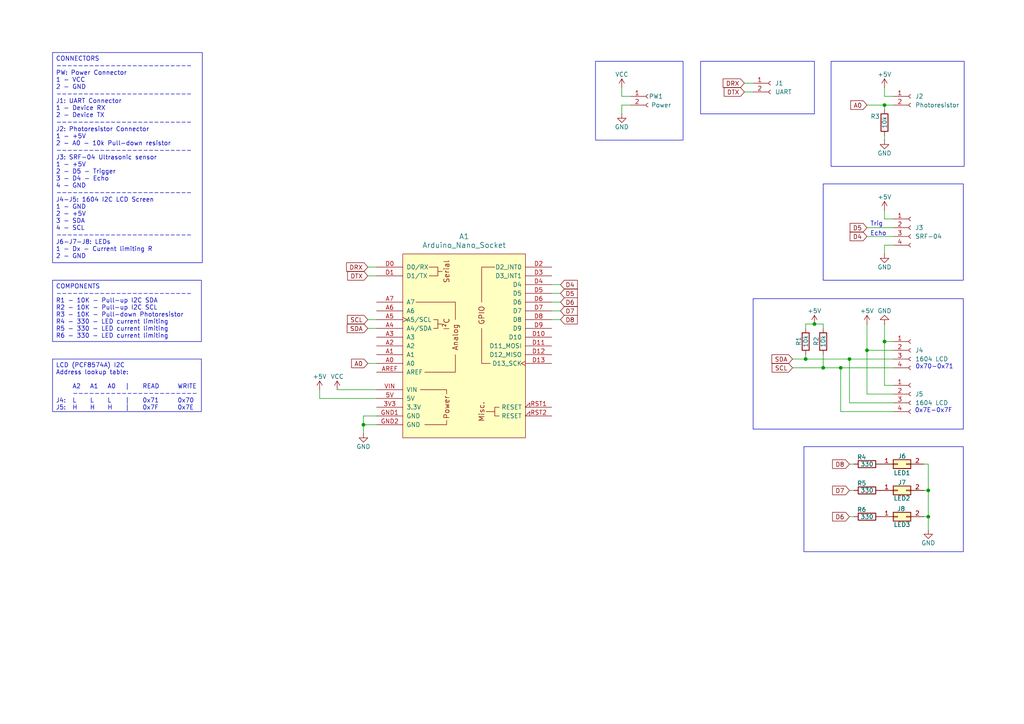
<source format=kicad_sch>
(kicad_sch (version 20231120) (generator "eeschema") (generator_version "8.0")
  (paper "A4")
  (lib_symbols
    (symbol "Connector:Conn_01x02_Socket" (pin_names (offset 1.016) hide)
      (property "Reference" "J" (at 0 2.54 0))
      (property "Value" "Conn_01x02_Socket" (at 0 -5.08 0))
      (symbol "Conn_01x02_Socket_1_1"
        (arc (start 0 -2.032) (mid -0.5058 -2.54) (end 0 -3.048) (stroke (width 0.1524)))
        (polyline (pts (xy -1.27 -2.54) (xy -0.508 -2.54)) (stroke (width 0.1524)))
        (polyline (pts (xy -1.27 0) (xy -0.508 0)) (stroke (width 0.1524)))
        (arc (start 0 0.508) (mid -0.5058 0) (end 0 -0.508) (stroke (width 0.1524)))
        (pin passive line (at -5.08 0 0) (length 3.81) (name "Pin_1") (number "1"))
        (pin passive line (at -5.08 -2.54 0) (length 3.81) (name "Pin_2") (number "2"))
      )
    )
    (symbol "Connector:Conn_01x04_Socket" (pin_names (offset 1.016) hide)
      (property "Reference" "J" (at 0 5.08 0))
      (property "Value" "Conn_01x04_Socket" (at 0 -7.62 0))
      (symbol "Conn_01x04_Socket_1_1"
        (arc (start 0 -4.572) (mid -0.5058 -5.08) (end 0 -5.588) (stroke (width 0.1524)))
        (arc (start 0 -2.032) (mid -0.5058 -2.54) (end 0 -3.048) (stroke (width 0.1524)))
        (polyline (pts (xy -1.27 -5.08) (xy -0.508 -5.08)) (stroke (width 0.1524)))
        (polyline (pts (xy -1.27 -2.54) (xy -0.508 -2.54)) (stroke (width 0.1524)))
        (polyline (pts (xy -1.27 0) (xy -0.508 0)) (stroke (width 0.1524)))
        (polyline (pts (xy -1.27 2.54) (xy -0.508 2.54)) (stroke (width 0.1524)))
        (arc (start 0 0.508) (mid -0.5058 0) (end 0 -0.508) (stroke (width 0.1524)))
        (arc (start 0 3.048) (mid -0.5058 2.54) (end 0 2.032) (stroke (width 0.1524)))
        (pin passive line (at -5.08 2.54 0) (length 3.81) (name "Pin_1") (number "1"))
        (pin passive line (at -5.08 0 0) (length 3.81) (name "Pin_2") (number "2"))
        (pin passive line (at -5.08 -2.54 0) (length 3.81) (name "Pin_3") (number "3"))
        (pin passive line (at -5.08 -5.08 0) (length 3.81) (name "Pin_4") (number "4"))
      )
    )
    (symbol "Connector_Generic:Conn_02x01" (pin_names (offset 1.016) hide)
      (property "Reference" "J" (at 1.27 2.54 0))
      (property "Value" "Conn_02x01" (at 1.27 -2.54 0))
      (symbol "Conn_02x01_1_1"
        (rectangle (start -1.27 0.127) (end 0 -0.127) (stroke (width 0.1524)))
        (rectangle (start -1.27 1.27) (end 3.81 -1.27) (stroke (width 0.254)) (fill (type background)))
        (rectangle (start 3.81 0.127) (end 2.54 -0.127) (stroke (width 0.1524)))
        (pin passive line (at -5.08 0 0) (length 3.81) (name "Pin_1") (number "1"))
        (pin passive line (at 7.62 0 180) (length 3.81) (name "Pin_2") (number "2"))
      )
    )
    (symbol "Device:R" (pin_numbers hide) (pin_names (offset 0))
      (property "Reference" "R" (at 2.032 0 90))
      (property "Value" "R" (at 0 0 90))
      (symbol "R_0_1"
        (rectangle (start -1.016 -2.54) (end 1.016 2.54) (stroke (width 0.254)))
      )
      (symbol "R_1_1"
        (pin passive line (at 0 3.81 270) (length 1.27) (name "~") (number "1"))
        (pin passive line (at 0 -3.81 90) (length 1.27) (name "~") (number "2"))
      )
    )
    (symbol "PCM_arduino-library:Arduino_Nano_Socket" (pin_names (offset 1.016))
      (property "Reference" "A" (at 0 33.02 0))
      (property "Value" "Arduino_Nano_Socket" (at 0 29.21 0))
      (symbol "Arduino_Nano_Socket_0_0"
        (rectangle (start -17.78 26.67) (end 17.78 -26.67) (fill (type background)))
        (polyline (pts (xy -7.62 6.35) (xy -6.35 6.35)))
        (polyline (pts (xy -7.62 21.59) (xy -6.35 21.59)))
        (polyline (pts (xy 8.89 -19.05) (xy 6.35 -19.05)))
        (polyline (pts (xy -11.43 -22.86) (xy -5.08 -22.86) (xy -5.08 -21.59)))
        (polyline (pts (xy -5.08 -13.97) (xy -5.08 -12.7) (xy -12.7 -12.7)))
        (polyline (pts (xy -10.16 22.86) (xy -7.62 22.86) (xy -7.62 20.32) (xy -10.16 20.32)))
        (polyline (pts (xy -8.89 7.62) (xy -7.62 7.62) (xy -7.62 5.08) (xy -8.89 5.08)))
        (text "Analog" (at -2.54 2.54 900) (effects (font (size 1.524 1.524))))
        (text "I²C" (at -5.08 6.35 900) (effects (font (size 1.524 1.524))))
        (text "Misc." (at 5.08 -19.05 900) (effects (font (size 1.524 1.524))))
        (text "Power" (at -5.08 -17.78 900) (effects (font (size 1.524 1.524))))
        (text "Serial" (at -5.08 21.59 900) (effects (font (size 1.524 1.524))))
      )
      (symbol "Arduino_Nano_Socket_0_1"
        (polyline (pts (xy -13.97 12.7) (xy -2.54 12.7) (xy -2.54 7.62)))
        (polyline (pts (xy -11.43 -7.62) (xy -2.54 -7.62) (xy -2.54 -2.54)))
        (polyline (pts (xy 7.62 -5.08) (xy 5.08 -5.08) (xy 5.08 5.08)))
        (polyline (pts (xy 8.89 22.86) (xy 5.08 22.86) (xy 5.08 12.7)))
        (polyline (pts (xy 10.16 -17.78) (xy 8.89 -17.78) (xy 8.89 -20.32) (xy 10.16 -20.32)))
      )
      (symbol "Arduino_Nano_Socket_1_0"
        (text "GPIO" (at 5.08 8.89 900) (effects (font (size 1.524 1.524))))
      )
      (symbol "Arduino_Nano_Socket_1_1"
        (pin power_out line (at -25.4 -17.78 0) (length 7.62) (name "3.3V") (number "3V3"))
        (pin power_in line (at -25.4 -15.24 0) (length 7.62) (name "5V") (number "5V"))
        (pin bidirectional line (at -25.4 -5.08 0) (length 7.62) (name "A0") (number "A0"))
        (pin bidirectional line (at -25.4 -2.54 0) (length 7.62) (name "A1") (number "A1"))
        (pin bidirectional line (at -25.4 0 0) (length 7.62) (name "A2") (number "A2"))
        (pin bidirectional line (at -25.4 2.54 0) (length 7.62) (name "A3") (number "A3"))
        (pin bidirectional line (at -25.4 5.08 0) (length 7.62) (name "A4/SDA") (number "A4"))
        (pin bidirectional clock (at -25.4 7.62 0) (length 7.62) (name "A5/SCL") (number "A5"))
        (pin input line (at -25.4 10.16 0) (length 7.62) (name "A6") (number "A6"))
        (pin input line (at -25.4 12.7 0) (length 7.62) (name "A7") (number "A7"))
        (pin input line (at -25.4 -7.62 0) (length 7.62) (name "AREF") (number "AREF"))
        (pin bidirectional line (at -25.4 22.86 0) (length 7.62) (name "D0/RX") (number "D0"))
        (pin bidirectional line (at -25.4 20.32 0) (length 7.62) (name "D1/TX") (number "D1"))
        (pin bidirectional line (at 25.4 2.54 180) (length 7.62) (name "D10") (number "D10"))
        (pin bidirectional line (at 25.4 0 180) (length 7.62) (name "D11_MOSI") (number "D11"))
        (pin bidirectional line (at 25.4 -2.54 180) (length 7.62) (name "D12_MISO") (number "D12"))
        (pin bidirectional clock (at 25.4 -5.08 180) (length 7.62) (name "D13_SCK") (number "D13"))
        (pin bidirectional line (at 25.4 22.86 180) (length 7.62) (name "D2_INT0") (number "D2"))
        (pin bidirectional line (at 25.4 20.32 180) (length 7.62) (name "D3_INT1") (number "D3"))
        (pin bidirectional line (at 25.4 17.78 180) (length 7.62) (name "D4") (number "D4"))
        (pin bidirectional line (at 25.4 15.24 180) (length 7.62) (name "D5") (number "D5"))
        (pin bidirectional line (at 25.4 12.7 180) (length 7.62) (name "D6") (number "D6"))
        (pin bidirectional line (at 25.4 10.16 180) (length 7.62) (name "D7") (number "D7"))
        (pin bidirectional line (at 25.4 7.62 180) (length 7.62) (name "D8") (number "D8"))
        (pin bidirectional line (at 25.4 5.08 180) (length 7.62) (name "D9") (number "D9"))
        (pin power_in line (at -25.4 -20.32 0) (length 7.62) (name "GND") (number "GND1"))
        (pin power_in line (at -25.4 -22.86 0) (length 7.62) (name "GND") (number "GND2"))
        (pin open_collector input_low (at 25.4 -17.78 180) (length 7.62) (name "RESET") (number "RST1"))
        (pin open_collector input_low (at 25.4 -20.32 180) (length 7.62) (name "RESET") (number "RST2"))
        (pin power_in line (at -25.4 -12.7 0) (length 7.62) (name "VIN") (number "VIN"))
      )
    )
    (symbol "power:+5V" (power) (pin_numbers hide) (pin_names (offset 0) hide)
      (property "Value" "+5V" (at 0 3.556 0))
      (symbol "+5V_0_1"
        (polyline (pts (xy -0.762 1.27) (xy 0 2.54)))
        (polyline (pts (xy 0 0) (xy 0 2.54)))
        (polyline (pts (xy 0 2.54) (xy 0.762 1.27)))
      )
      (symbol "+5V_1_1"
        (pin power_in line (at 0 0 90) (length 0) (name "~") (number "1"))
      )
    )
    (symbol "power:GND" (power) (pin_numbers hide) (pin_names (offset 0) hide)
      (property "Value" "GND" (at 0 -3.81 0))
      (symbol "GND_0_1"
        (polyline (pts (xy 0 0) (xy 0 -1.27) (xy 1.27 -1.27) (xy 0 -2.54) (xy -1.27 -1.27) (xy 0 -1.27)))
      )
      (symbol "GND_1_1"
        (pin power_in line (at 0 0 270) (length 0) (name "~") (number "1"))
      )
    )
    (symbol "power:VCC" (power) (pin_numbers hide) (pin_names (offset 0) hide)
      (property "Value" "VCC" (at 0 3.556 0))
      (symbol "VCC_0_1"
        (polyline (pts (xy -0.762 1.27) (xy 0 2.54)))
        (polyline (pts (xy 0 0) (xy 0 2.54)))
        (polyline (pts (xy 0 2.54) (xy 0.762 1.27)))
      )
      (symbol "VCC_1_1"
        (pin power_in line (at 0 0 90) (length 0) (name "~") (number "1"))
      )
    )
  )
  (junction (at 105.41 123.19))
  (junction (at 269.24 142.24))
  (junction (at 269.24 149.86))
  (junction (at 233.68 104.14))
  (junction (at 256.54 99.06))
  (junction (at 246.38 104.14))
  (junction (at 236.22 93.98))
  (junction (at 243.84 106.68))
  (junction (at 251.46 101.6))
  (junction (at 256.54 30.48))
  (junction (at 238.76 106.68))
  (wire (pts (xy 162.56 92.71) (xy 160.02 92.71)))
  (wire (pts (xy 229.87 104.14) (xy 233.68 104.14)))
  (wire (pts (xy 106.68 77.47) (xy 109.22 77.47)))
  (wire (pts (xy 238.76 102.87) (xy 238.76 106.68)))
  (wire (pts (xy 162.56 90.17) (xy 160.02 90.17)))
  (wire (pts (xy 243.84 106.68) (xy 259.08 106.68)))
  (wire (pts (xy 109.22 115.57) (xy 92.71 115.57)))
  (wire (pts (xy 229.87 106.68) (xy 238.76 106.68)))
  (wire (pts (xy 259.08 27.94) (xy 256.54 27.94)))
  (wire (pts (xy 269.24 134.62) (xy 269.24 142.24)))
  (wire (pts (xy 251.46 68.58) (xy 259.08 68.58)))
  (wire (pts (xy 259.08 99.06) (xy 256.54 99.06)))
  (wire (pts (xy 256.54 39.37) (xy 256.54 40.64)))
  (wire (pts (xy 105.41 123.19) (xy 105.41 125.73)))
  (wire (pts (xy 92.71 113.03) (xy 92.71 115.57)))
  (wire (pts (xy 233.68 95.25) (xy 233.68 93.98)))
  (wire (pts (xy 251.46 101.6) (xy 259.08 101.6)))
  (wire (pts (xy 251.46 101.6) (xy 251.46 93.98)))
  (wire (pts (xy 233.68 102.87) (xy 233.68 104.14)))
  (wire (pts (xy 259.08 71.12) (xy 256.54 71.12)))
  (wire (pts (xy 269.24 149.86) (xy 267.97 149.86)))
  (wire (pts (xy 259.08 114.3) (xy 251.46 114.3)))
  (wire (pts (xy 259.08 111.76) (xy 256.54 111.76)))
  (wire (pts (xy 259.08 30.48) (xy 256.54 30.48)))
  (wire (pts (xy 162.56 87.63) (xy 160.02 87.63)))
  (wire (pts (xy 251.46 66.04) (xy 259.08 66.04)))
  (wire (pts (xy 106.68 95.25) (xy 109.22 95.25)))
  (wire (pts (xy 215.9 26.67) (xy 218.44 26.67)))
  (wire (pts (xy 269.24 142.24) (xy 267.97 142.24)))
  (wire (pts (xy 215.9 24.13) (xy 218.44 24.13)))
  (wire (pts (xy 246.38 134.62) (xy 247.65 134.62)))
  (wire (pts (xy 233.68 93.98) (xy 236.22 93.98)))
  (wire (pts (xy 180.34 30.48) (xy 182.88 30.48)))
  (wire (pts (xy 259.08 119.38) (xy 243.84 119.38)))
  (wire (pts (xy 269.24 142.24) (xy 269.24 149.86)))
  (wire (pts (xy 246.38 142.24) (xy 247.65 142.24)))
  (wire (pts (xy 233.68 104.14) (xy 246.38 104.14)))
  (wire (pts (xy 105.41 123.19) (xy 109.22 123.19)))
  (wire (pts (xy 238.76 95.25) (xy 238.76 93.98)))
  (wire (pts (xy 109.22 120.65) (xy 105.41 120.65)))
  (wire (pts (xy 256.54 99.06) (xy 256.54 111.76)))
  (wire (pts (xy 106.68 92.71) (xy 109.22 92.71)))
  (wire (pts (xy 256.54 27.94) (xy 256.54 25.4)))
  (wire (pts (xy 106.68 105.41) (xy 109.22 105.41)))
  (wire (pts (xy 256.54 30.48) (xy 256.54 31.75)))
  (wire (pts (xy 256.54 99.06) (xy 256.54 93.98)))
  (wire (pts (xy 259.08 63.5) (xy 256.54 63.5)))
  (wire (pts (xy 180.34 27.94) (xy 182.88 27.94)))
  (wire (pts (xy 106.68 80.01) (xy 109.22 80.01)))
  (wire (pts (xy 243.84 119.38) (xy 243.84 106.68)))
  (wire (pts (xy 269.24 149.86) (xy 269.24 153.67)))
  (wire (pts (xy 246.38 149.86) (xy 247.65 149.86)))
  (wire (pts (xy 162.56 82.55) (xy 160.02 82.55)))
  (wire (pts (xy 251.46 114.3) (xy 251.46 101.6)))
  (wire (pts (xy 256.54 71.12) (xy 256.54 73.66)))
  (wire (pts (xy 105.41 120.65) (xy 105.41 123.19)))
  (wire (pts (xy 162.56 85.09) (xy 160.02 85.09)))
  (wire (pts (xy 243.84 106.68) (xy 238.76 106.68)))
  (wire (pts (xy 246.38 104.14) (xy 259.08 104.14)))
  (wire (pts (xy 180.34 33.02) (xy 180.34 30.48)))
  (wire (pts (xy 180.34 25.4) (xy 180.34 27.94)))
  (wire (pts (xy 256.54 63.5) (xy 256.54 60.96)))
  (wire (pts (xy 251.46 30.48) (xy 256.54 30.48)))
  (wire (pts (xy 269.24 134.62) (xy 267.97 134.62)))
  (wire (pts (xy 259.08 116.84) (xy 246.38 116.84)))
  (wire (pts (xy 109.22 113.03) (xy 97.79 113.03)))
  (wire (pts (xy 238.76 93.98) (xy 236.22 93.98)))
  (wire (pts (xy 246.38 116.84) (xy 246.38 104.14)))
  (rectangle (start 172.72 17.78) (end 198.12 40.64))
  (rectangle (start 203.2 17.78) (end 236.22 33.02))
  (rectangle (start 233.172 129.54) (end 279.4 160.02))
  (rectangle (start 238.76 53.34) (end 279.4 81.28))
  (rectangle (start 218.44 86.614) (end 279.4 124.46))
  (rectangle (start 241.046 17.78) (end 279.654 48.26))
  (text_box "LCD (PCF8574A) I2C\nAddress lookup table:\n\n	A2	A1	A0	|	READ	WRITE\n	-----------------------\nJ4:	L	L	L	|	0x71	0x70\nJ5:	H	H	H	|	0x7F	0x7E" (at 15.24 104.14 0) (size 43.18 15.24) (effects (font (size 1.27 1.27)) (justify left top)))
  (text_box "CONNECTORS\n-------------------------\nPW: Power Connector\n1 - VCC\n2 - GND\n-------------------------\nJ1: UART Connector\n1 - Device RX\n2 - Device TX\n-------------------------\nJ2: Photoresistor Connector\n1 - +5V\n2 - A0 - 10k Pull-down resistor\n-------------------------\nJ3: SRF-04 Ultrasonic sensor\n1 - +5V\n2 - D5 - Trigger\n3 - D4 - Echo\n4 - GND\n-------------------------\nJ4-J5: 1604 I2C LCD Screen\n1 - GND\n2 - +5V\n3 - SDA\n4 - SCL\n-------------------------\nJ6-J7-J8: LEDs\n1 - Dx - Current limiting R\n2 - GND\n\n" (at 15.24 15.24 0) (size 43.434 60.96) (effects (font (size 1.27 1.27)) (justify left top)))
  (text_box "COMPONENTS\n-------------------------\nR1 - 10K - Pull-up I2C SDA\nR2 - 10K - Pull-up I2C SCL\nR3 - 10K - Pull-down Photoresistor\nR4 - 330 - LED current limiting\nR5 - 330 - LED current limiting\nR6 - 330 - LED current limiting" (at 15.24 81.28 0) (size 43.18 17.78) (effects (font (size 1.27 1.27)) (justify left top)))
  (text "Echo" (at 254.762 67.818 0) (effects (font (size 1.27 1.27))))
  (text "Trig" (at 254.254 65.024 0) (effects (font (size 1.27 1.27))))
  (text "0x7E-0x7F" (at 270.764 119.126 0) (effects (font (size 1.27 1.27))))
  (text "0x70-0x71" (at 271.018 106.426 0) (effects (font (size 1.27 1.27))))
  (global_label "A0" (shape input) (at 106.68 105.41 180) (property "Intersheetrefs" "${INTERSHEET_REFS}" (effects (hide yes))))
  (global_label "SCL" (shape input) (at 229.87 106.68 180) (property "Intersheetrefs" "${INTERSHEET_REFS}" (effects (hide yes))))
  (global_label "D5" (shape input) (at 251.46 66.04 180) (property "Intersheetrefs" "${INTERSHEET_REFS}" (effects (hide yes))))
  (global_label "DTX" (shape input) (at 215.9 26.67 180) (property "Intersheetrefs" "${INTERSHEET_REFS}" (effects (hide yes))))
  (global_label "D8" (shape input) (at 246.38 134.62 180) (property "Intersheetrefs" "${INTERSHEET_REFS}" (effects (hide yes))))
  (global_label "SDA" (shape input) (at 229.87 104.14 180) (property "Intersheetrefs" "${INTERSHEET_REFS}" (effects (hide yes))))
  (global_label "D7" (shape input) (at 246.38 142.24 180) (property "Intersheetrefs" "${INTERSHEET_REFS}" (effects (hide yes))))
  (global_label "D4" (shape input) (at 162.56 82.55 0) (property "Intersheetrefs" "${INTERSHEET_REFS}" (effects (hide yes))))
  (global_label "D5" (shape input) (at 162.56 85.09 0) (property "Intersheetrefs" "${INTERSHEET_REFS}" (effects (hide yes))))
  (global_label "DTX" (shape input) (at 106.68 80.01 180) (property "Intersheetrefs" "${INTERSHEET_REFS}" (effects (hide yes))))
  (global_label "SCL" (shape input) (at 106.68 92.71 180) (property "Intersheetrefs" "${INTERSHEET_REFS}" (effects (hide yes))))
  (global_label "DRX" (shape input) (at 215.9 24.13 180) (property "Intersheetrefs" "${INTERSHEET_REFS}" (effects (hide yes))))
  (global_label "A0" (shape input) (at 251.46 30.48 180) (property "Intersheetrefs" "${INTERSHEET_REFS}" (effects (hide yes))))
  (global_label "D4" (shape input) (at 251.46 68.58 180) (property "Intersheetrefs" "${INTERSHEET_REFS}" (effects (hide yes))))
  (global_label "SDA" (shape input) (at 106.68 95.25 180) (property "Intersheetrefs" "${INTERSHEET_REFS}" (effects (hide yes))))
  (global_label "D8" (shape input) (at 162.56 92.71 0) (property "Intersheetrefs" "${INTERSHEET_REFS}" (effects (hide yes))))
  (global_label "DRX" (shape input) (at 106.68 77.47 180) (property "Intersheetrefs" "${INTERSHEET_REFS}" (effects (hide yes))))
  (global_label "D6" (shape input) (at 246.38 149.86 180) (property "Intersheetrefs" "${INTERSHEET_REFS}" (effects (hide yes))))
  (global_label "D6" (shape input) (at 162.56 87.63 0) (property "Intersheetrefs" "${INTERSHEET_REFS}" (effects (hide yes))))
  (global_label "D7" (shape input) (at 162.56 90.17 0) (property "Intersheetrefs" "${INTERSHEET_REFS}" (effects (hide yes))))
  (symbol (lib_id "Connector_Generic:Conn_02x01") (at 260.35 134.62 0) (unit 1)
    (property "Reference" "J6" (at 261.62 132.334 0))
    (property "Value" "LED1" (at 261.62 137.16 0))
    (property "Description" "Generic connector, double row, 02x01, this symbol is compatible with counter-clockwise, top-bottom and odd-even numbering schemes., script generated (kicad-library-utils/schlib/autogen/connector/)" (effects (hide yes)))
  )
  (symbol (lib_id "Connector:Conn_01x04_Socket") (at 264.16 101.6 0) (unit 1)
    (property "Reference" "J4" (at 265.43 101.5999 0) (effects (justify left)))
    (property "Value" "1604 LCD" (at 265.43 104.1399 0) (effects (justify left)))
    (property "Description" "Generic connector, single row, 01x04, script generated" (effects (hide yes)))
  )
  (symbol (lib_id "Connector:Conn_01x04_Socket") (at 264.16 66.04 0) (unit 1)
    (property "Reference" "J3" (at 265.43 66.0399 0) (effects (justify left)))
    (property "Value" "SRF-04" (at 265.43 68.5799 0) (effects (justify left)))
    (property "Description" "Generic connector, single row, 01x04, script generated" (effects (hide yes)))
  )
  (symbol (lib_id "power:GND") (at 256.54 93.98 180) (unit 1)
    (property "Reference" "#PWR03" (effects (hide yes)))
    (property "Value" "GND" (at 256.54 90.17 0))
    (property "Description" "Power symbol creates a global label with name \"GND\" , ground" (effects (hide yes)))
  )
  (symbol (lib_id "Device:R") (at 233.68 99.06 0) (unit 1)
    (property "Reference" "R1" (at 231.648 100.33 90) (effects (justify left)))
    (property "Value" "10k" (at 233.68 100.838 90) (effects (justify left)))
    (property "Description" "Resistor" (effects (hide yes)))
  )
  (symbol (lib_id "Connector_Generic:Conn_02x01") (at 260.35 149.86 0) (unit 1)
    (property "Reference" "J8" (at 261.366 147.574 0))
    (property "Value" "LED3" (at 261.62 152.146 0))
    (property "Description" "Generic connector, double row, 02x01, this symbol is compatible with counter-clockwise, top-bottom and odd-even numbering schemes., script generated (kicad-library-utils/schlib/autogen/connector/)" (effects (hide yes)))
  )
  (symbol (lib_id "Connector:Conn_01x04_Socket") (at 264.16 114.3 0) (unit 1)
    (property "Reference" "J5" (at 265.43 114.2999 0) (effects (justify left)))
    (property "Value" "1604 LCD" (at 265.43 116.8399 0) (effects (justify left)))
    (property "Description" "Generic connector, single row, 01x04, script generated" (effects (hide yes)))
  )
  (symbol (lib_id "Device:R") (at 251.46 134.62 90) (unit 1)
    (property "Reference" "R4" (at 249.936 132.588 90))
    (property "Value" "330" (at 251.46 134.62 90))
    (property "Description" "Resistor" (effects (hide yes)))
  )
  (symbol (lib_id "power:VCC") (at 97.79 113.03 0) (unit 1)
    (property "Reference" "#PWR06" (effects (hide yes)))
    (property "Value" "VCC" (at 97.79 109.22 0))
    (property "Description" "Power symbol creates a global label with name \"VCC\"" (effects (hide yes)))
  )
  (symbol (lib_id "Connector_Generic:Conn_02x01") (at 260.35 142.24 0) (unit 1)
    (property "Reference" "J7" (at 261.62 139.954 0))
    (property "Value" "LED2" (at 261.62 144.526 0))
    (property "Description" "Generic connector, double row, 02x01, this symbol is compatible with counter-clockwise, top-bottom and odd-even numbering schemes., script generated (kicad-library-utils/schlib/autogen/connector/)" (effects (hide yes)))
  )
  (symbol (lib_id "power:VCC") (at 180.34 25.4 0) (unit 1)
    (property "Reference" "#PWR05" (effects (hide yes)))
    (property "Value" "VCC" (at 180.34 21.59 0))
    (property "Description" "Power symbol creates a global label with name \"VCC\"" (effects (hide yes)))
  )
  (symbol (lib_id "power:GND") (at 256.54 40.64 0) (unit 1)
    (property "Reference" "#PWR09" (effects (hide yes)))
    (property "Value" "GND" (at 256.54 44.45 0))
    (property "Description" "Power symbol creates a global label with name \"GND\" , ground" (effects (hide yes)))
  )
  (symbol (lib_id "PCM_arduino-library:Arduino_Nano_Socket") (at 134.62 100.33 0) (unit 1)
    (property "Reference" "A1" (at 134.62 68.58 0) (effects (font (size 1.524 1.524))))
    (property "Value" "Arduino_Nano_Socket" (at 134.62 71.12 0) (effects (font (size 1.524 1.524))))
    (property "Footprint" "PCM_arduino-library:Arduino_Nano_Socket" (effects (hide yes)))
    (property "Datasheet" "https://docs.arduino.cc/hardware/nano" (effects (hide yes)))
    (property "Description" "Socket for Arduino Nano" (effects (hide yes)))
  )
  (symbol (lib_id "Connector:Conn_01x02_Socket") (at 187.96 27.94 0) (unit 1)
    (property "Reference" "PW1" (at 190.246 27.94 0))
    (property "Value" "Power" (at 191.77 30.48 0))
    (property "Footprint" "Connector_PinSocket_2.54mm:PinSocket_1x02_P2.54mm_Vertical" (effects (hide yes)))
    (property "Description" "Generic connector, single row, 01x02, script generated" (effects (hide yes)))
  )
  (symbol (lib_id "Device:R") (at 251.46 149.86 90) (unit 1)
    (property "Reference" "R6" (at 249.936 147.828 90))
    (property "Value" "330" (at 251.46 149.86 90))
    (property "Description" "Resistor" (effects (hide yes)))
  )
  (symbol (lib_id "power:GND") (at 256.54 73.66 0) (unit 1)
    (property "Reference" "#PWR012" (effects (hide yes)))
    (property "Value" "GND" (at 256.54 77.47 0))
    (property "Description" "Power symbol creates a global label with name \"GND\" , ground" (effects (hide yes)))
  )
  (symbol (lib_id "Device:R") (at 251.46 142.24 90) (unit 1)
    (property "Reference" "R5" (at 249.936 140.208 90))
    (property "Value" "330" (at 251.46 142.24 90))
    (property "Description" "Resistor" (effects (hide yes)))
  )
  (symbol (lib_id "power:+5V") (at 256.54 60.96 0) (unit 1)
    (property "Reference" "#PWR011" (effects (hide yes)))
    (property "Value" "+5V" (at 256.54 57.15 0))
    (property "Description" "Power symbol creates a global label with name \"+5V\"" (effects (hide yes)))
  )
  (symbol (lib_id "power:GND") (at 180.34 33.02 0) (unit 1)
    (property "Reference" "#PWR01" (effects (hide yes)))
    (property "Value" "GND" (at 180.34 36.83 0))
    (property "Description" "Power symbol creates a global label with name \"GND\" , ground" (effects (hide yes)))
  )
  (symbol (lib_id "power:+5V") (at 256.54 25.4 0) (unit 1)
    (property "Reference" "#PWR010" (effects (hide yes)))
    (property "Value" "+5V" (at 256.54 21.59 0))
    (property "Description" "Power symbol creates a global label with name \"+5V\"" (effects (hide yes)))
  )
  (symbol (lib_id "power:+5V") (at 251.46 93.98 0) (unit 1)
    (property "Reference" "#PWR07" (effects (hide yes)))
    (property "Value" "+5V" (at 251.46 90.17 0))
    (property "Description" "Power symbol creates a global label with name \"+5V\"" (effects (hide yes)))
  )
  (symbol (lib_id "Connector:Conn_01x02_Socket") (at 223.52 24.13 0) (unit 1)
    (property "Reference" "J1" (at 224.79 24.1299 0) (effects (justify left)))
    (property "Value" "UART" (at 224.79 26.6699 0) (effects (justify left)))
    (property "Footprint" "Connector_PinSocket_2.54mm:PinSocket_1x02_P2.54mm_Vertical" (effects (hide yes)))
    (property "Description" "Generic connector, single row, 01x02, script generated" (effects (hide yes)))
  )
  (symbol (lib_id "Device:R") (at 256.54 35.56 0) (unit 1)
    (property "Reference" "R3" (at 252.476 33.782 0) (effects (justify left)))
    (property "Value" "10k" (at 256.54 37.338 90) (effects (justify left)))
    (property "Description" "Resistor" (effects (hide yes)))
  )
  (symbol (lib_id "power:+5V") (at 236.22 93.98 0) (unit 1)
    (property "Reference" "#PWR08" (effects (hide yes)))
    (property "Value" "+5V" (at 236.22 90.17 0))
    (property "Description" "Power symbol creates a global label with name \"+5V\"" (effects (hide yes)))
  )
  (symbol (lib_id "power:GND") (at 105.41 125.73 0) (unit 1)
    (property "Reference" "#PWR04" (effects (hide yes)))
    (property "Value" "GND" (at 105.41 129.54 0))
    (property "Description" "Power symbol creates a global label with name \"GND\" , ground" (effects (hide yes)))
  )
  (symbol (lib_id "power:+5V") (at 92.71 113.03 0) (unit 1)
    (property "Reference" "#PWR02" (effects (hide yes)))
    (property "Value" "+5V" (at 92.71 109.22 0))
    (property "Description" "Power symbol creates a global label with name \"+5V\"" (effects (hide yes)))
  )
  (symbol (lib_id "Device:R") (at 238.76 99.06 0) (unit 1)
    (property "Reference" "R2" (at 236.728 100.33 90) (effects (justify left)))
    (property "Value" "10k" (at 238.76 100.838 90) (effects (justify left)))
    (property "Description" "Resistor" (effects (hide yes)))
  )
  (symbol (lib_id "power:GND") (at 269.24 153.67 0) (unit 1)
    (property "Reference" "#PWR013" (effects (hide yes)))
    (property "Value" "GND" (at 269.24 157.48 0))
    (property "Description" "Power symbol creates a global label with name \"GND\" , ground" (effects (hide yes)))
  )
  (symbol (lib_id "Connector:Conn_01x02_Socket") (at 264.16 27.94 0) (unit 1)
    (property "Reference" "J2" (at 265.43 27.9399 0) (effects (justify left)))
    (property "Value" "Photoresistor" (at 265.43 30.4799 0) (effects (justify left)))
    (property "Footprint" "Connector_PinSocket_2.54mm:PinSocket_1x02_P2.54mm_Vertical" (effects (hide yes)))
    (property "Description" "Generic connector, single row, 01x02, script generated" (effects (hide yes)))
  )
)
</source>
